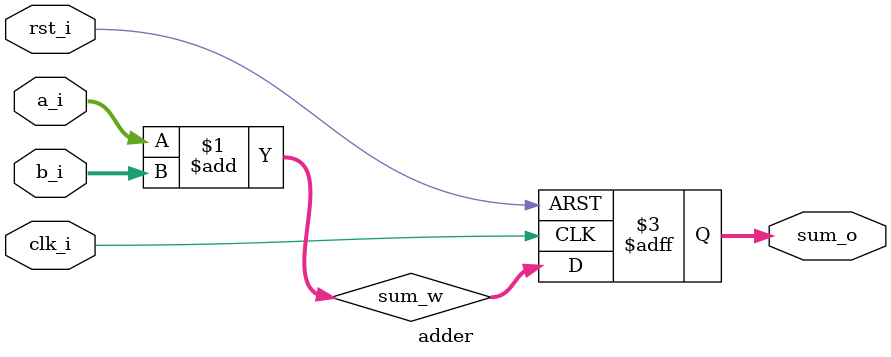
<source format=v>
module adder #(
  parameter Width = 32
) (
  input                         rst_i,
  input                         clk_i,
  input      signed [Width-1:0] a_i,
  input      signed [Width-1:0] b_i,
  output reg signed [Width-1:0] sum_o
);
  
  wire [Width-1:0] sum_w;
  assign sum_w = a_i + b_i;
  
  always @(posedge clk_i, posedge rst_i) begin
    if (rst_i) begin 
      sum_o <= 0;
    end else begin
      sum_o <= sum_w;
    end
  end

endmodule

</source>
